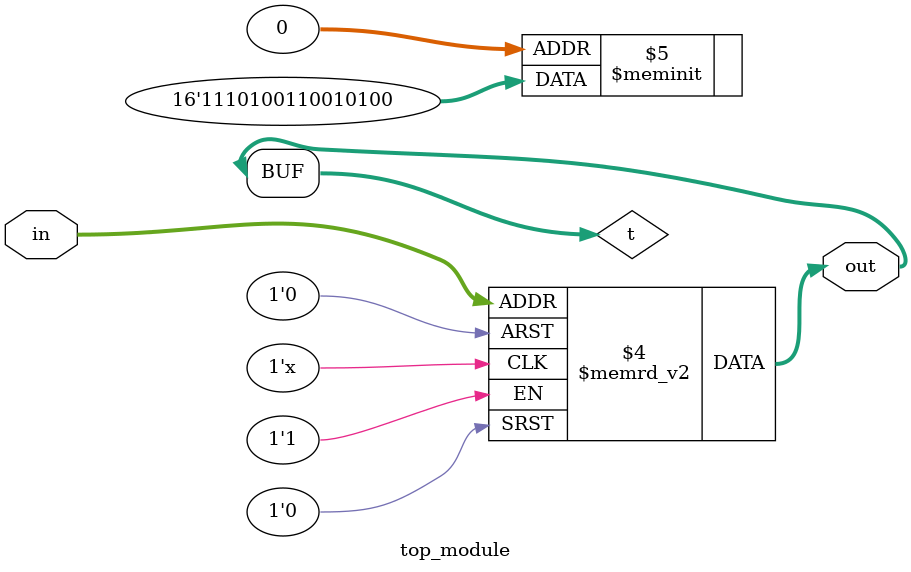
<source format=v>
module top_module( 
    input [2:0] in,
    output [1:0] out );

    reg [1:0] t;

    //initial t=2'b00;
    always@(in) begin
        case(in)
            3'd0:t=2'd0;
             3'd1:t=2'd1;
             3'd2:t=2'd1;
             3'd3:t=2'd2;
             3'd4:t=2'd1;
             3'd5:t=2'd2;
             3'd6:t=2'd2;
             3'd7:t=2'd3;
            default: t=0;  
        endcase
    end
    assign out=t;
endmodule


</source>
